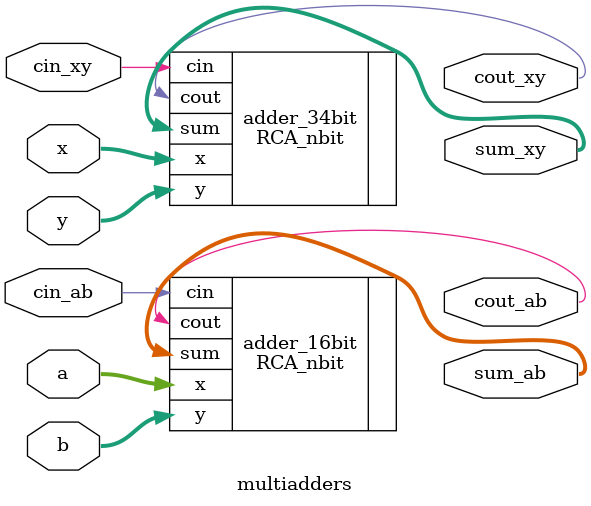
<source format=v>
`timescale 1ns / 1ps


module multiadders(
    input [15:0] a,b,
    input [33:0] x,y,
    input cin_ab, cin_xy,
    output [15:0] sum_ab,
    output [33:0] sum_xy,
    output cout_ab, cout_xy
    );
    
    RCA_nbit #(.n(16)) adder_16bit(
    .x(a),
    .y(b),
    .cin(cin_ab),
    .sum(sum_ab),
    .cout(cout_ab)
    );
    
    RCA_nbit #(.n(34)) adder_34bit(
    .x(x),
    .y(y),
    .cin(cin_xy),
    .sum(sum_xy),
    .cout(cout_xy)
);

endmodule






















</source>
